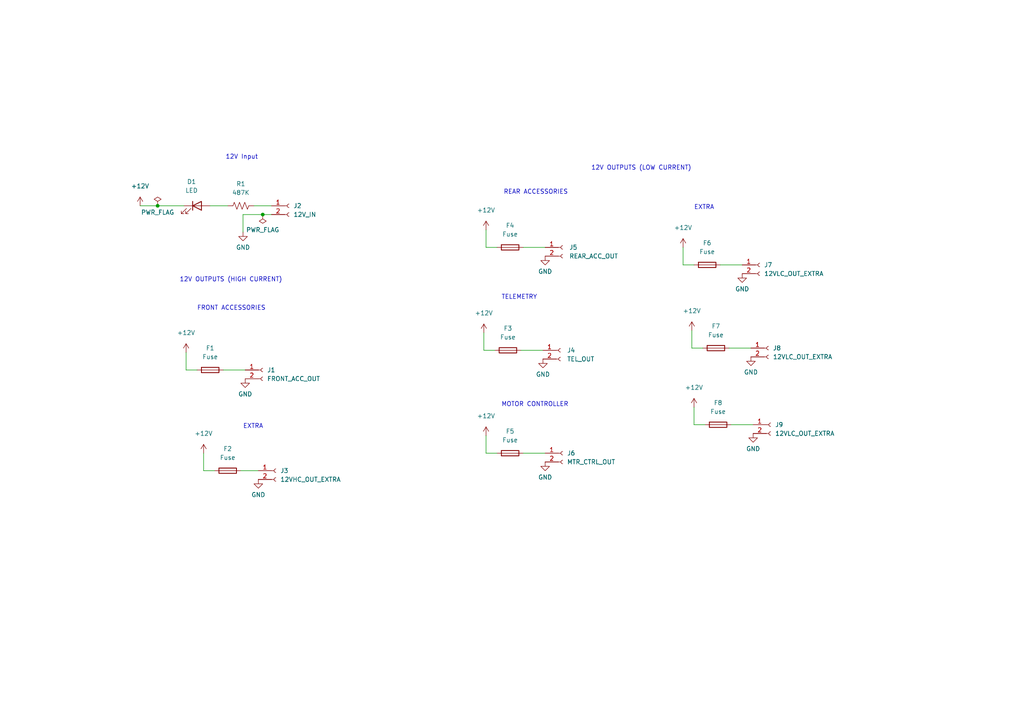
<source format=kicad_sch>
(kicad_sch (version 20211123) (generator eeschema)
  (paper "A4")
  (lib_symbols
    (symbol "Connector:Conn_01x02_Female" (pin_names (offset 1.016) hide)
      (property "Reference" "J" (at 0 2.54 0))
      (property "Value" "Conn_01x02_Female" (at 0 -5.08 0))
      (symbol "Conn_01x02_Female_1_1"
        (arc (start 0 -2.032) (mid -0.508 -2.54) (end 0 -3.048) (stroke (width 0.1524)))
        (polyline (pts (xy -1.27 -2.54) (xy -0.508 -2.54)) (stroke (width 0.1524)))
        (polyline (pts (xy -1.27 0) (xy -0.508 0)) (stroke (width 0.1524)))
        (arc (start 0 0.508) (mid -0.508 0) (end 0 -0.508) (stroke (width 0.1524)))
        (pin passive line (at -5.08 0 0) (length 3.81) (name "Pin_1") (number "1"))
        (pin passive line (at -5.08 -2.54 0) (length 3.81) (name "Pin_2") (number "2"))
      )
    )
    (symbol "Device:Fuse" (pin_numbers hide) (pin_names (offset 0))
      (property "Reference" "F" (at 2.032 0 90))
      (property "Value" "Fuse" (at -1.905 0 90))
      (symbol "Fuse_0_1"
        (rectangle (start -0.762 -2.54) (end 0.762 2.54) (stroke (width 0.254)))
        (polyline (pts (xy 0 2.54) (xy 0 -2.54)))
      )
      (symbol "Fuse_1_1"
        (pin passive line (at 0 3.81 270) (length 1.27) (name "~") (number "1"))
        (pin passive line (at 0 -3.81 90) (length 1.27) (name "~") (number "2"))
      )
    )
    (symbol "Device:LED" (pin_numbers hide) (pin_names (offset 1.016) hide)
      (property "Reference" "D" (at 0 2.54 0))
      (property "Value" "LED" (at 0 -2.54 0))
      (symbol "LED_0_1"
        (polyline (pts (xy -1.27 -1.27) (xy -1.27 1.27)) (stroke (width 0.254)))
        (polyline (pts (xy -1.27 0) (xy 1.27 0)))
        (polyline (pts (xy 1.27 -1.27) (xy 1.27 1.27) (xy -1.27 0) (xy 1.27 -1.27)) (stroke (width 0.254)))
        (polyline (pts (xy -3.048 -0.762) (xy -4.572 -2.286) (xy -3.81 -2.286) (xy -4.572 -2.286) (xy -4.572 -1.524)))
        (polyline (pts (xy -1.778 -0.762) (xy -3.302 -2.286) (xy -2.54 -2.286) (xy -3.302 -2.286) (xy -3.302 -1.524)))
      )
      (symbol "LED_1_1"
        (pin passive line (at -3.81 0 0) (length 2.54) (name "K") (number "1"))
        (pin passive line (at 3.81 0 180) (length 2.54) (name "A") (number "2"))
      )
    )
    (symbol "Device:R_US" (pin_numbers hide) (pin_names (offset 0))
      (property "Reference" "R" (at 2.54 0 90))
      (property "Value" "R_US" (at -2.54 0 90))
      (symbol "R_US_0_1"
        (polyline (pts (xy 0 -2.286) (xy 0 -2.54)))
        (polyline (pts (xy 0 2.286) (xy 0 2.54)))
        (polyline (pts (xy 0 -0.762) (xy 1.016 -1.143) (xy 0 -1.524) (xy -1.016 -1.905) (xy 0 -2.286)))
        (polyline (pts (xy 0 0.762) (xy 1.016 0.381) (xy 0 0) (xy -1.016 -0.381) (xy 0 -0.762)))
        (polyline (pts (xy 0 2.286) (xy 1.016 1.905) (xy 0 1.524) (xy -1.016 1.143) (xy 0 0.762)))
      )
      (symbol "R_US_1_1"
        (pin passive line (at 0 3.81 270) (length 1.27) (name "~") (number "1"))
        (pin passive line (at 0 -3.81 90) (length 1.27) (name "~") (number "2"))
      )
    )
    (symbol "power:+12V" (power) (pin_names (offset 0))
      (property "Value" "+12V" (at 0 3.556 0))
      (symbol "+12V_0_1"
        (polyline (pts (xy -0.762 1.27) (xy 0 2.54)))
        (polyline (pts (xy 0 0) (xy 0 2.54)))
        (polyline (pts (xy 0 2.54) (xy 0.762 1.27)))
      )
      (symbol "+12V_1_1"
        (pin power_in line (at 0 0 90) (length 0) hide (name "+12V") (number "1"))
      )
    )
    (symbol "power:GND" (power) (pin_names (offset 0))
      (property "Value" "GND" (at 0 -3.81 0))
      (symbol "GND_0_1"
        (polyline (pts (xy 0 0) (xy 0 -1.27) (xy 1.27 -1.27) (xy 0 -2.54) (xy -1.27 -1.27) (xy 0 -1.27)))
      )
      (symbol "GND_1_1"
        (pin power_in line (at 0 0 270) (length 0) hide (name "GND") (number "1"))
      )
    )
    (symbol "power:PWR_FLAG" (power) (pin_numbers hide) (pin_names (offset 0) hide)
      (property "Value" "PWR_FLAG" (at 0 3.81 0))
      (symbol "PWR_FLAG_0_0"
        (pin power_out line (at 0 0 90) (length 0) (name "pwr") (number "1"))
      )
      (symbol "PWR_FLAG_0_1"
        (polyline (pts (xy 0 0) (xy 0 1.27) (xy -1.016 1.905) (xy 0 2.54) (xy 1.016 1.905) (xy 0 1.27)))
      )
    )
  )
  (junction (at 76.2 62.23))
  (junction (at 45.72 59.69))
  (wire (pts (xy 144.145 131.445) (xy 140.97 131.445)))
  (wire (pts (xy 57.15 107.315) (xy 53.975 107.315)))
  (wire (pts (xy 73.66 59.69) (xy 78.74 59.69)))
  (wire (pts (xy 151.765 131.445) (xy 158.115 131.445)))
  (wire (pts (xy 151.765 71.755) (xy 158.115 71.755)))
  (wire (pts (xy 69.85 136.525) (xy 74.93 136.525)))
  (wire (pts (xy 204.47 123.19) (xy 201.295 123.19)))
  (wire (pts (xy 144.145 71.755) (xy 140.97 71.755)))
  (wire (pts (xy 151.13 101.6) (xy 157.48 101.6)))
  (wire (pts (xy 143.51 101.6) (xy 140.335 101.6)))
  (wire (pts (xy 208.915 76.835) (xy 215.265 76.835)))
  (wire (pts (xy 76.2 62.23) (xy 78.74 62.23)))
  (wire (pts (xy 70.485 62.23) (xy 76.2 62.23)))
  (wire (pts (xy 201.295 118.11) (xy 201.295 123.19)))
  (wire (pts (xy 140.97 126.365) (xy 140.97 131.445)))
  (wire (pts (xy 212.09 123.19) (xy 218.44 123.19)))
  (wire (pts (xy 140.335 96.52) (xy 140.335 101.6)))
  (wire (pts (xy 64.77 107.315) (xy 71.12 107.315)))
  (wire (pts (xy 70.485 62.23) (xy 70.485 67.31)))
  (wire (pts (xy 198.12 71.755) (xy 198.12 76.835)))
  (wire (pts (xy 200.66 95.885) (xy 200.66 100.965)))
  (wire (pts (xy 40.64 59.69) (xy 45.72 59.69)))
  (wire (pts (xy 53.975 102.235) (xy 53.975 107.315)))
  (wire (pts (xy 45.72 59.69) (xy 53.34 59.69)))
  (wire (pts (xy 62.23 136.525) (xy 59.055 136.525)))
  (wire (pts (xy 203.835 100.965) (xy 200.66 100.965)))
  (wire (pts (xy 60.96 59.69) (xy 66.04 59.69)))
  (wire (pts (xy 211.455 100.965) (xy 217.805 100.965)))
  (wire (pts (xy 201.295 76.835) (xy 198.12 76.835)))
  (wire (pts (xy 140.97 66.675) (xy 140.97 71.755)))
  (wire (pts (xy 59.055 131.445) (xy 59.055 136.525)))
  (text "EXTRA" (at 201.295 60.96 0) (effects (font (size 1.27 1.27)) (justify left bottom)))
  (text "12V OUTPUTS (LOW CURRENT)" (at 171.45 49.53 0) (effects (font (size 1.27 1.27)) (justify left bottom)))
  (text "REAR ACCESSORIES " (at 146.05 56.515 0) (effects (font (size 1.27 1.27)) (justify left bottom)))
  (text "EXTRA" (at 70.485 124.46 0) (effects (font (size 1.27 1.27)) (justify left bottom)))
  (text "12V OUTPUTS (HIGH CURRENT)" (at 52.07 81.915 0) (effects (font (size 1.27 1.27)) (justify left bottom)))
  (text "12V Input" (at 65.405 46.355 0) (effects (font (size 1.27 1.27)) (justify left bottom)))
  (text "TELEMETRY" (at 145.415 86.995 0) (effects (font (size 1.27 1.27)) (justify left bottom)))
  (text "MOTOR CONTROLLER" (at 145.415 118.11 0) (effects (font (size 1.27 1.27)) (justify left bottom)))
  (text "FRONT ACCESSORIES" (at 57.15 90.17 0) (effects (font (size 1.27 1.27)) (justify left bottom)))
  (symbol (lib_id "power:GND") (at 158.115 133.985 0) (unit 1)
    (property "Reference" "#PWR012" (effects hide))
    (property "Value" "GND" (at 158.115 138.43 0))
  )
  (symbol (lib_id "power:PWR_FLAG") (at 76.2 62.23 180) (unit 1)
    (property "Reference" "#FLG02" (effects hide))
    (property "Value" "PWR_FLAG" (at 76.2 66.675 0))
  )
  (symbol (lib_id "Connector:Conn_01x02_Female") (at 162.56 101.6 0) (unit 1)
    (property "Reference" "J4" (at 164.465 101.5999 0) (effects (justify left)))
    (property "Value" "TEL_OUT" (at 164.465 104.1399 0) (effects (justify left)))
    (property "Footprint" "Connector_Molex:Molex_Micro-Fit_3.0_43650-0200_1x02_P3.00mm_Horizontal" (effects hide))
    (property "Datasheet" "https://www.molex.com/pdm_docs/sd/436500200_sd.pdf" (effects hide))
  )
  (symbol (lib_id "Device:Fuse") (at 147.32 101.6 90) (unit 1)
    (property "Reference" "F3" (at 147.32 95.25 90))
    (property "Value" "Fuse" (at 147.32 97.79 90))
    (property "Footprint" "Fuse:Fuseholder_Blade_Mini_Keystone_3568" (effects hide))
    (property "Datasheet" "https://www.keyelco.com/userAssets/file/M65p42.pdf" (effects hide))
  )
  (symbol (lib_id "Device:Fuse") (at 208.28 123.19 90) (unit 1)
    (property "Reference" "F8" (at 208.28 116.84 90))
    (property "Value" "Fuse" (at 208.28 119.38 90))
    (property "Footprint" "Fuse:Fuseholder_Blade_Mini_Keystone_3568" (effects hide))
    (property "Datasheet" "https://www.keyelco.com/userAssets/file/M65p42.pdf" (effects hide))
  )
  (symbol (lib_id "Connector:Conn_01x02_Female") (at 163.195 71.755 0) (unit 1)
    (property "Reference" "J5" (at 165.1 71.7549 0) (effects (justify left)))
    (property "Value" "REAR_ACC_OUT" (at 165.1 74.2949 0) (effects (justify left)))
    (property "Footprint" "Connector_Molex:Molex_Micro-Fit_3.0_43650-0200_1x02_P3.00mm_Horizontal" (effects hide))
    (property "Datasheet" "https://www.molex.com/pdm_docs/sd/436500200_sd.pdf" (effects hide))
  )
  (symbol (lib_id "Device:LED") (at 57.15 59.69 0) (unit 1)
    (property "Reference" "D1" (at 55.5625 52.705 0))
    (property "Value" "LED" (at 55.5625 55.245 0))
    (property "Footprint" "LED_SMD:LED_1206_3216Metric" (effects hide))
    (property "Datasheet" "https://optoelectronics.liteon.com/upload/download/DS22-2000-026/LTST-C150TBKT(0630).pdf" (effects hide))
  )
  (symbol (lib_id "power:+12V") (at 140.335 96.52 0) (unit 1)
    (property "Reference" "#PWR07" (effects hide))
    (property "Value" "+12V" (at 140.335 90.805 0))
  )
  (symbol (lib_id "power:GND") (at 71.12 109.855 0) (unit 1)
    (property "Reference" "#PWR05" (effects hide))
    (property "Value" "GND" (at 71.12 114.3 0))
  )
  (symbol (lib_id "power:PWR_FLAG") (at 45.72 59.69 0) (unit 1)
    (property "Reference" "#FLG01" (effects hide))
    (property "Value" "PWR_FLAG" (at 45.72 61.595 0))
  )
  (symbol (lib_id "Connector:Conn_01x02_Female") (at 83.82 59.69 0) (unit 1)
    (property "Reference" "J2" (at 85.09 59.6899 0) (effects (justify left)))
    (property "Value" "12V_IN" (at 85.09 62.2299 0) (effects (justify left)))
    (property "Footprint" "urban-power-dist-pcb-custom-footprints:MOLEX_2002411222" (effects hide))
    (property "Datasheet" "https://www.molex.com/pdm_docs/sd/2002411222_sd.pdf" (effects hide))
  )
  (symbol (lib_id "power:GND") (at 215.265 79.375 0) (unit 1)
    (property "Reference" "#PWR016" (effects hide))
    (property "Value" "GND" (at 215.265 83.82 0))
  )
  (symbol (lib_id "Device:Fuse") (at 147.955 131.445 90) (unit 1)
    (property "Reference" "F5" (at 147.955 125.095 90))
    (property "Value" "Fuse" (at 147.955 127.635 90))
    (property "Footprint" "Fuse:Fuseholder_Blade_Mini_Keystone_3568" (effects hide))
    (property "Datasheet" "https://www.keyelco.com/userAssets/file/M65p42.pdf" (effects hide))
  )
  (symbol (lib_id "power:+12V") (at 140.97 66.675 0) (unit 1)
    (property "Reference" "#PWR08" (effects hide))
    (property "Value" "+12V" (at 140.97 60.96 0))
  )
  (symbol (lib_id "power:GND") (at 70.485 67.31 0) (unit 1)
    (property "Reference" "#PWR04" (effects hide))
    (property "Value" "GND" (at 70.485 71.755 0))
  )
  (symbol (lib_id "Connector:Conn_01x02_Female") (at 220.345 76.835 0) (unit 1)
    (property "Reference" "J7" (at 221.615 76.8349 0) (effects (justify left)))
    (property "Value" "12VLC_OUT_EXTRA" (at 221.615 79.3749 0) (effects (justify left)))
    (property "Footprint" "Connector_Molex:Molex_Micro-Fit_3.0_43650-0200_1x02_P3.00mm_Horizontal" (effects hide))
    (property "Datasheet" "https://www.molex.com/pdm_docs/sd/436500200_sd.pdf" (effects hide))
  )
  (symbol (lib_id "power:GND") (at 157.48 104.14 0) (unit 1)
    (property "Reference" "#PWR010" (effects hide))
    (property "Value" "GND" (at 157.48 108.585 0))
  )
  (symbol (lib_id "power:+12V") (at 198.12 71.755 0) (unit 1)
    (property "Reference" "#PWR013" (effects hide))
    (property "Value" "+12V" (at 198.12 66.04 0))
  )
  (symbol (lib_id "power:GND") (at 158.115 74.295 0) (unit 1)
    (property "Reference" "#PWR011" (effects hide))
    (property "Value" "GND" (at 158.115 78.74 0))
  )
  (symbol (lib_id "power:+12V") (at 53.975 102.235 0) (unit 1)
    (property "Reference" "#PWR02" (effects hide))
    (property "Value" "+12V" (at 53.975 96.52 0))
  )
  (symbol (lib_id "power:+12V") (at 200.66 95.885 0) (unit 1)
    (property "Reference" "#PWR014" (effects hide))
    (property "Value" "+12V" (at 200.66 90.17 0))
  )
  (symbol (lib_id "Device:Fuse") (at 205.105 76.835 90) (unit 1)
    (property "Reference" "F6" (at 205.105 70.485 90))
    (property "Value" "Fuse" (at 205.105 73.025 90))
    (property "Footprint" "Fuse:Fuseholder_Blade_Mini_Keystone_3568" (effects hide))
    (property "Datasheet" "https://www.keyelco.com/userAssets/file/M65p42.pdf" (effects hide))
  )
  (symbol (lib_id "Device:Fuse") (at 147.955 71.755 90) (unit 1)
    (property "Reference" "F4" (at 147.955 65.405 90))
    (property "Value" "Fuse" (at 147.955 67.945 90))
    (property "Footprint" "Fuse:Fuseholder_Blade_Mini_Keystone_3568" (effects hide))
    (property "Datasheet" "https://www.keyelco.com/userAssets/file/M65p42.pdf" (effects hide))
  )
  (symbol (lib_id "Connector:Conn_01x02_Female") (at 223.52 123.19 0) (unit 1)
    (property "Reference" "J9" (at 224.79 123.1899 0) (effects (justify left)))
    (property "Value" "12VLC_OUT_EXTRA" (at 224.79 125.7299 0) (effects (justify left)))
    (property "Footprint" "Connector_Molex:Molex_Micro-Fit_3.0_43650-0200_1x02_P3.00mm_Horizontal" (effects hide))
    (property "Datasheet" "https://www.molex.com/pdm_docs/sd/436500200_sd.pdf" (effects hide))
  )
  (symbol (lib_id "Connector:Conn_01x02_Female") (at 163.195 131.445 0) (unit 1)
    (property "Reference" "J6" (at 164.465 131.4449 0) (effects (justify left)))
    (property "Value" "MTR_CTRL_OUT" (at 164.465 133.9849 0) (effects (justify left)))
    (property "Footprint" "Connector_Molex:Molex_Micro-Fit_3.0_43650-0200_1x02_P3.00mm_Horizontal" (effects hide))
    (property "Datasheet" "https://www.molex.com/pdm_docs/sd/436500200_sd.pdf" (effects hide))
  )
  (symbol (lib_id "power:GND") (at 217.805 103.505 0) (unit 1)
    (property "Reference" "#PWR017" (effects hide))
    (property "Value" "GND" (at 217.805 107.95 0))
  )
  (symbol (lib_id "power:+12V") (at 201.295 118.11 0) (unit 1)
    (property "Reference" "#PWR015" (effects hide))
    (property "Value" "+12V" (at 201.295 112.395 0))
  )
  (symbol (lib_id "power:GND") (at 218.44 125.73 0) (unit 1)
    (property "Reference" "#PWR018" (effects hide))
    (property "Value" "GND" (at 218.44 130.175 0))
  )
  (symbol (lib_id "Device:Fuse") (at 66.04 136.525 90) (unit 1)
    (property "Reference" "F2" (at 66.04 130.175 90))
    (property "Value" "Fuse" (at 66.04 132.715 90))
    (property "Footprint" "Fuse:Fuseholder_Blade_Mini_Keystone_3568" (effects hide))
    (property "Datasheet" "https://www.keyelco.com/userAssets/file/M65p42.pdf" (effects hide))
  )
  (symbol (lib_id "Device:Fuse") (at 60.96 107.315 90) (unit 1)
    (property "Reference" "F1" (at 60.96 100.965 90))
    (property "Value" "Fuse" (at 60.96 103.505 90))
    (property "Footprint" "Fuse:Fuseholder_Blade_Mini_Keystone_3568" (effects hide))
    (property "Datasheet" "https://www.keyelco.com/userAssets/file/M65p42.pdf" (effects hide))
  )
  (symbol (lib_id "power:+12V") (at 59.055 131.445 0) (unit 1)
    (property "Reference" "#PWR03" (effects hide))
    (property "Value" "+12V" (at 59.055 125.73 0))
  )
  (symbol (lib_id "power:GND") (at 74.93 139.065 0) (unit 1)
    (property "Reference" "#PWR06" (effects hide))
    (property "Value" "GND" (at 74.93 143.51 0))
  )
  (symbol (lib_id "Device:R_US") (at 69.85 59.69 90) (unit 1)
    (property "Reference" "R1" (at 69.85 53.34 90))
    (property "Value" "487K" (at 69.85 55.88 90))
    (property "Footprint" "Resistor_SMD:R_0805_2012Metric" (effects hide))
    (property "Datasheet" "https://www.yageo.com/upload/media/product/productsearch/datasheet/rchip/PYu-RC_Group_51_RoHS_L_12.pdf" (effects hide))
  )
  (symbol (lib_id "power:+12V") (at 40.64 59.69 0) (unit 1)
    (property "Reference" "#PWR01" (effects hide))
    (property "Value" "+12V" (at 40.64 53.975 0))
  )
  (symbol (lib_id "Device:Fuse") (at 207.645 100.965 90) (unit 1)
    (property "Reference" "F7" (at 207.645 94.615 90))
    (property "Value" "Fuse" (at 207.645 97.155 90))
    (property "Footprint" "Fuse:Fuseholder_Blade_Mini_Keystone_3568" (effects hide))
    (property "Datasheet" "https://www.keyelco.com/userAssets/file/M65p42.pdf" (effects hide))
  )
  (symbol (lib_id "Connector:Conn_01x02_Female") (at 80.01 136.525 0) (unit 1)
    (property "Reference" "J3" (at 81.28 136.5249 0) (effects (justify left)))
    (property "Value" "12VHC_OUT_EXTRA" (at 81.28 139.0649 0) (effects (justify left)))
    (property "Footprint" "urban-power-dist-pcb-custom-footprints:MOLEX_2002411222" (effects hide))
    (property "Datasheet" "https://www.molex.com/pdm_docs/sd/2002411222_sd.pdf" (effects hide))
  )
  (symbol (lib_id "power:+12V") (at 140.97 126.365 0) (unit 1)
    (property "Reference" "#PWR09" (effects hide))
    (property "Value" "+12V" (at 140.97 120.65 0))
  )
  (symbol (lib_id "Connector:Conn_01x02_Female") (at 222.885 100.965 0) (unit 1)
    (property "Reference" "J8" (at 224.155 100.9649 0) (effects (justify left)))
    (property "Value" "12VLC_OUT_EXTRA" (at 224.155 103.5049 0) (effects (justify left)))
    (property "Footprint" "Connector_Molex:Molex_Micro-Fit_3.0_43650-0200_1x02_P3.00mm_Horizontal" (effects hide))
    (property "Datasheet" "https://www.molex.com/pdm_docs/sd/436500200_sd.pdf" (effects hide))
  )
  (symbol (lib_id "Connector:Conn_01x02_Female") (at 76.2 107.315 0) (unit 1)
    (property "Reference" "J1" (at 77.47 107.3149 0) (effects (justify left)))
    (property "Value" "FRONT_ACC_OUT" (at 77.47 109.8549 0) (effects (justify left)))
    (property "Footprint" "urban-power-dist-pcb-custom-footprints:MOLEX_2002411222" (effects hide))
    (property "Datasheet" "https://www.molex.com/pdm_docs/sd/2002411222_sd.pdf" (effects hide))
  )
)
</source>
